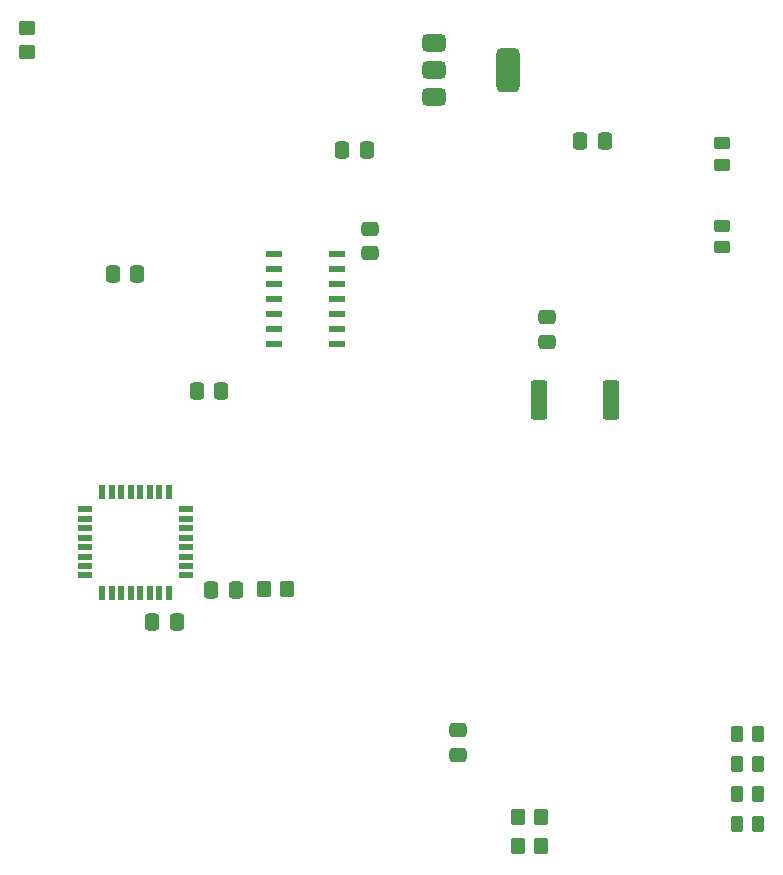
<source format=gtp>
G04 #@! TF.GenerationSoftware,KiCad,Pcbnew,8.0.6*
G04 #@! TF.CreationDate,2025-01-18T13:33:17-05:00*
G04 #@! TF.ProjectId,RL78_G24_Rev3,524c3738-5f47-4323-945f-526576332e6b,rev?*
G04 #@! TF.SameCoordinates,Original*
G04 #@! TF.FileFunction,Paste,Top*
G04 #@! TF.FilePolarity,Positive*
%FSLAX46Y46*%
G04 Gerber Fmt 4.6, Leading zero omitted, Abs format (unit mm)*
G04 Created by KiCad (PCBNEW 8.0.6) date 2025-01-18 13:33:17*
%MOMM*%
%LPD*%
G01*
G04 APERTURE LIST*
G04 Aperture macros list*
%AMRoundRect*
0 Rectangle with rounded corners*
0 $1 Rounding radius*
0 $2 $3 $4 $5 $6 $7 $8 $9 X,Y pos of 4 corners*
0 Add a 4 corners polygon primitive as box body*
4,1,4,$2,$3,$4,$5,$6,$7,$8,$9,$2,$3,0*
0 Add four circle primitives for the rounded corners*
1,1,$1+$1,$2,$3*
1,1,$1+$1,$4,$5*
1,1,$1+$1,$6,$7*
1,1,$1+$1,$8,$9*
0 Add four rect primitives between the rounded corners*
20,1,$1+$1,$2,$3,$4,$5,0*
20,1,$1+$1,$4,$5,$6,$7,0*
20,1,$1+$1,$6,$7,$8,$9,0*
20,1,$1+$1,$8,$9,$2,$3,0*%
G04 Aperture macros list end*
%ADD10RoundRect,0.250000X0.337500X0.475000X-0.337500X0.475000X-0.337500X-0.475000X0.337500X-0.475000X0*%
%ADD11RoundRect,0.249999X-0.450001X-1.425001X0.450001X-1.425001X0.450001X1.425001X-0.450001X1.425001X0*%
%ADD12RoundRect,0.250000X-0.337500X-0.475000X0.337500X-0.475000X0.337500X0.475000X-0.337500X0.475000X0*%
%ADD13RoundRect,0.250000X-0.262500X-0.450000X0.262500X-0.450000X0.262500X0.450000X-0.262500X0.450000X0*%
%ADD14RoundRect,0.250000X0.350000X0.450000X-0.350000X0.450000X-0.350000X-0.450000X0.350000X-0.450000X0*%
%ADD15RoundRect,0.250000X0.450000X-0.262500X0.450000X0.262500X-0.450000X0.262500X-0.450000X-0.262500X0*%
%ADD16RoundRect,0.375000X-0.625000X-0.375000X0.625000X-0.375000X0.625000X0.375000X-0.625000X0.375000X0*%
%ADD17RoundRect,0.500000X-0.500000X-1.400000X0.500000X-1.400000X0.500000X1.400000X-0.500000X1.400000X0*%
%ADD18RoundRect,0.250000X0.475000X-0.337500X0.475000X0.337500X-0.475000X0.337500X-0.475000X-0.337500X0*%
%ADD19RoundRect,0.250000X-0.350000X-0.450000X0.350000X-0.450000X0.350000X0.450000X-0.350000X0.450000X0*%
%ADD20R,1.397000X0.558800*%
%ADD21R,0.500000X1.200000*%
%ADD22R,1.200000X0.500000*%
%ADD23RoundRect,0.250000X-0.450000X0.350000X-0.450000X-0.350000X0.450000X-0.350000X0.450000X0.350000X0*%
G04 APERTURE END LIST*
D10*
X129037500Y-82350000D03*
X126962500Y-82350000D03*
D11*
X143600000Y-103500000D03*
X149700000Y-103500000D03*
D12*
X147112500Y-81600000D03*
X149187500Y-81600000D03*
D13*
X160337500Y-139360000D03*
X162162500Y-139360000D03*
D14*
X143800000Y-141250000D03*
X141800000Y-141250000D03*
D15*
X159086800Y-83600700D03*
X159086800Y-81775700D03*
D14*
X143800000Y-138800000D03*
X141800000Y-138800000D03*
D15*
X159137600Y-90585700D03*
X159137600Y-88760700D03*
D12*
X115862500Y-119600000D03*
X117937500Y-119600000D03*
X110862500Y-122260000D03*
X112937500Y-122260000D03*
D16*
X134700000Y-73250000D03*
X134700000Y-75550000D03*
D17*
X141000000Y-75550000D03*
D16*
X134700000Y-77850000D03*
D10*
X109612500Y-92825000D03*
X107537500Y-92825000D03*
D12*
X114625000Y-102775000D03*
X116700000Y-102775000D03*
D18*
X129325000Y-91062500D03*
X129325000Y-88987500D03*
D19*
X120300000Y-119500000D03*
X122300000Y-119500000D03*
D18*
X136750000Y-133537500D03*
X136750000Y-131462500D03*
D20*
X121170700Y-91165000D03*
X121170700Y-92435000D03*
X121170700Y-93705000D03*
X121170700Y-94975000D03*
X121170700Y-96245000D03*
X121170700Y-97515000D03*
X121170700Y-98785000D03*
X126479300Y-98785000D03*
X126479300Y-97515000D03*
X126479300Y-96245000D03*
X126479300Y-94975000D03*
X126479300Y-93705000D03*
X126479300Y-92435000D03*
X126479300Y-91165000D03*
D13*
X160337500Y-134280000D03*
X162162500Y-134280000D03*
X160337500Y-136820000D03*
X162162500Y-136820000D03*
D21*
X106640000Y-119800000D03*
X107440000Y-119800000D03*
X108240000Y-119800000D03*
X109040000Y-119800000D03*
X109840000Y-119800000D03*
X110640000Y-119800000D03*
X111440000Y-119800000D03*
X112240000Y-119800000D03*
D22*
X113690000Y-118350000D03*
X113690000Y-117550000D03*
X113690000Y-116750000D03*
X113690000Y-115950000D03*
X113690000Y-115150000D03*
X113690000Y-114350000D03*
X113690000Y-113550000D03*
X113690000Y-112750000D03*
D21*
X112240000Y-111300000D03*
X111440000Y-111300000D03*
X110640000Y-111300000D03*
X109840000Y-111300000D03*
X109040000Y-111300000D03*
X108240000Y-111300000D03*
X107440000Y-111300000D03*
X106640000Y-111300000D03*
D22*
X105190000Y-112750000D03*
X105190000Y-113550000D03*
X105190000Y-114350000D03*
X105190000Y-115150000D03*
X105190000Y-115950000D03*
X105190000Y-116750000D03*
X105190000Y-117550000D03*
X105190000Y-118350000D03*
D18*
X144325000Y-98587500D03*
X144325000Y-96512500D03*
D23*
X100250000Y-72000000D03*
X100250000Y-74000000D03*
D13*
X160337500Y-131740000D03*
X162162500Y-131740000D03*
M02*

</source>
